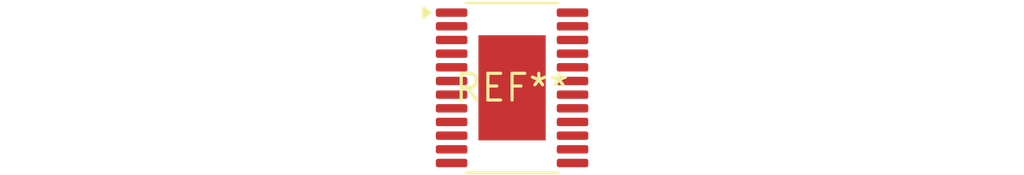
<source format=kicad_pcb>
(kicad_pcb (version 20240108) (generator pcbnew)
  (layers (0 "F.Cu" signal) (31 "B.Cu" signal) (34 "B.Paste" user) (35 "F.Paste" user) (36 "B.SilkS" user "B.Silkscreen") (37 "F.SilkS" user "F.Silkscreen") (38 "B.Mask" user) (39 "F.Mask" user) (44 "Edge.Cuts" user))
  (net 0 "")
  (footprint "TSSOP-24-1EP_4.4x7.8mm_P0.65mm_EP3.2x5mm" (layer "F.Cu") (at 0 0)
    (property "Reference" "REF**")
    (property "Value" "TSSOP-24-1EP_4.4x7.8mm_P0.65mm_EP3.2x5mm")
    (fp_line (start 0 -4.035) (end -2.2 -4.035) (layer "F.SilkS") (stroke (width 0.12)))
    (fp_line (start 0 -4.035) (end 2.2 -4.035) (layer "F.SilkS") (stroke (width 0.12)))
    (fp_line (start 0 4.035) (end -2.2 4.035) (layer "F.SilkS") (stroke (width 0.12)))
    (fp_line (start 0 4.035) (end 2.2 4.035) (layer "F.SilkS") (stroke (width 0.12)))
    (fp_poly (pts (xy -3.885 -3.575) (xy -4.215 -3.815) (xy -4.215 -3.335) (xy -3.885 -3.575)) (layer "F.SilkS") (stroke (width 0.12)) (fill solid))
    (pad "1" smd roundrect (at -2.875 -3.575) (size 1.5 0.4) (layers "F.Cu" "F.Paste" "F.Mask"))
    (pad "2" smd roundrect (at -2.875 -2.925) (size 1.5 0.4) (layers "F.Cu" "F.Paste" "F.Mask"))
    (pad "3" smd roundrect (at -2.875 -2.275) (size 1.5 0.4) (layers "F.Cu" "F.Paste" "F.Mask"))
    (pad "4" smd roundrect (at -2.875 -1.625) (size 1.5 0.4) (layers "F.Cu" "F.Paste" "F.Mask"))
    (pad "5" smd roundrect (at -2.875 -0.975) (size 1.5 0.4) (layers "F.Cu" "F.Paste" "F.Mask"))
    (pad "6" smd roundrect (at -2.875 -0.325) (size 1.5 0.4) (layers "F.Cu" "F.Paste" "F.Mask"))
    (pad "7" smd roundrect (at -2.875 0.325) (size 1.5 0.4) (layers "F.Cu" "F.Paste" "F.Mask"))
    (pad "8" smd roundrect (at -2.875 0.975) (size 1.5 0.4) (layers "F.Cu" "F.Paste" "F.Mask"))
    (pad "9" smd roundrect (at -2.875 1.625) (size 1.5 0.4) (layers "F.Cu" "F.Paste" "F.Mask"))
    (pad "10" smd roundrect (at -2.875 2.275) (size 1.5 0.4) (layers "F.Cu" "F.Paste" "F.Mask"))
    (pad "11" smd roundrect (at -2.875 2.925) (size 1.5 0.4) (layers "F.Cu" "F.Paste" "F.Mask"))
    (pad "12" smd roundrect (at -2.875 3.575) (size 1.5 0.4) (layers "F.Cu" "F.Paste" "F.Mask"))
    (pad "13" smd roundrect (at 2.875 3.575) (size 1.5 0.4) (layers "F.Cu" "F.Paste" "F.Mask"))
    (pad "14" smd roundrect (at 2.875 2.925) (size 1.5 0.4) (layers "F.Cu" "F.Paste" "F.Mask"))
    (pad "15" smd roundrect (at 2.875 2.275) (size 1.5 0.4) (layers "F.Cu" "F.Paste" "F.Mask"))
    (pad "16" smd roundrect (at 2.875 1.625) (size 1.5 0.4) (layers "F.Cu" "F.Paste" "F.Mask"))
    (pad "17" smd roundrect (at 2.875 0.975) (size 1.5 0.4) (layers "F.Cu" "F.Paste" "F.Mask"))
    (pad "18" smd roundrect (at 2.875 0.325) (size 1.5 0.4) (layers "F.Cu" "F.Paste" "F.Mask"))
    (pad "19" smd roundrect (at 2.875 -0.325) (size 1.5 0.4) (layers "F.Cu" "F.Paste" "F.Mask"))
    (pad "20" smd roundrect (at 2.875 -0.975) (size 1.5 0.4) (layers "F.Cu" "F.Paste" "F.Mask"))
    (pad "21" smd roundrect (at 2.875 -1.625) (size 1.5 0.4) (layers "F.Cu" "F.Paste" "F.Mask"))
    (pad "22" smd roundrect (at 2.875 -2.275) (size 1.5 0.4) (layers "F.Cu" "F.Paste" "F.Mask"))
    (pad "23" smd roundrect (at 2.875 -2.925) (size 1.5 0.4) (layers "F.Cu" "F.Paste" "F.Mask"))
    (pad "24" smd roundrect (at 2.875 -3.575) (size 1.5 0.4) (layers "F.Cu" "F.Paste" "F.Mask"))
    (pad "25" smd rect (at 0 0) (size 3.2 5) (property pad_prop_heatsink) (layers "F.Cu" "F.Mask"))
  )
)
</source>
